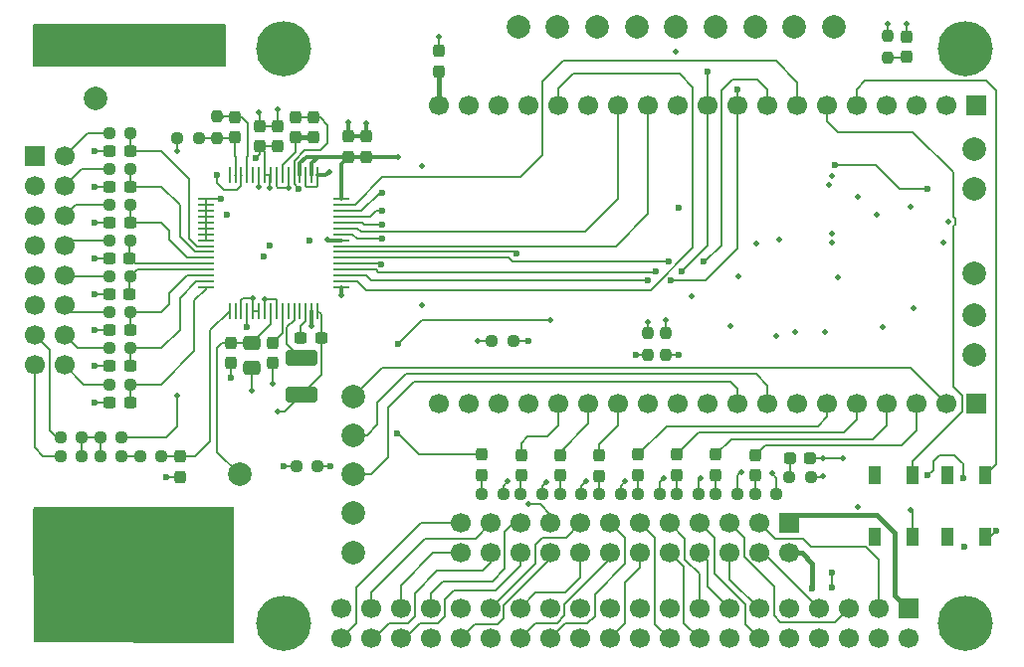
<source format=gtl>
G04 #@! TF.GenerationSoftware,KiCad,Pcbnew,9.0.1-9.0.1-0~ubuntu24.04.1*
G04 #@! TF.CreationDate,2025-04-10T02:26:26-04:00*
G04 #@! TF.ProjectId,EEG SHIELD,45454720-5348-4494-954c-442e6b696361,B*
G04 #@! TF.SameCoordinates,Original*
G04 #@! TF.FileFunction,Copper,L1,Top*
G04 #@! TF.FilePolarity,Positive*
%FSLAX46Y46*%
G04 Gerber Fmt 4.6, Leading zero omitted, Abs format (unit mm)*
G04 Created by KiCad (PCBNEW 9.0.1-9.0.1-0~ubuntu24.04.1) date 2025-04-10 02:26:26*
%MOMM*%
%LPD*%
G01*
G04 APERTURE LIST*
G04 Aperture macros list*
%AMRoundRect*
0 Rectangle with rounded corners*
0 $1 Rounding radius*
0 $2 $3 $4 $5 $6 $7 $8 $9 X,Y pos of 4 corners*
0 Add a 4 corners polygon primitive as box body*
4,1,4,$2,$3,$4,$5,$6,$7,$8,$9,$2,$3,0*
0 Add four circle primitives for the rounded corners*
1,1,$1+$1,$2,$3*
1,1,$1+$1,$4,$5*
1,1,$1+$1,$6,$7*
1,1,$1+$1,$8,$9*
0 Add four rect primitives between the rounded corners*
20,1,$1+$1,$2,$3,$4,$5,0*
20,1,$1+$1,$4,$5,$6,$7,0*
20,1,$1+$1,$6,$7,$8,$9,0*
20,1,$1+$1,$8,$9,$2,$3,0*%
G04 Aperture macros list end*
G04 #@! TA.AperFunction,SMDPad,CuDef*
%ADD10RoundRect,0.237500X-0.250000X-0.237500X0.250000X-0.237500X0.250000X0.237500X-0.250000X0.237500X0*%
G04 #@! TD*
G04 #@! TA.AperFunction,SMDPad,CuDef*
%ADD11RoundRect,0.237500X0.250000X0.237500X-0.250000X0.237500X-0.250000X-0.237500X0.250000X-0.237500X0*%
G04 #@! TD*
G04 #@! TA.AperFunction,ComponentPad*
%ADD12R,1.700000X1.700000*%
G04 #@! TD*
G04 #@! TA.AperFunction,ComponentPad*
%ADD13C,1.700000*%
G04 #@! TD*
G04 #@! TA.AperFunction,SMDPad,CuDef*
%ADD14RoundRect,0.237500X-0.237500X0.300000X-0.237500X-0.300000X0.237500X-0.300000X0.237500X0.300000X0*%
G04 #@! TD*
G04 #@! TA.AperFunction,SMDPad,CuDef*
%ADD15RoundRect,0.237500X0.237500X-0.287500X0.237500X0.287500X-0.237500X0.287500X-0.237500X-0.287500X0*%
G04 #@! TD*
G04 #@! TA.AperFunction,SMDPad,CuDef*
%ADD16RoundRect,0.237500X0.300000X0.237500X-0.300000X0.237500X-0.300000X-0.237500X0.300000X-0.237500X0*%
G04 #@! TD*
G04 #@! TA.AperFunction,ComponentPad*
%ADD17C,2.000000*%
G04 #@! TD*
G04 #@! TA.AperFunction,SMDPad,CuDef*
%ADD18RoundRect,0.237500X-0.300000X-0.237500X0.300000X-0.237500X0.300000X0.237500X-0.300000X0.237500X0*%
G04 #@! TD*
G04 #@! TA.AperFunction,SMDPad,CuDef*
%ADD19RoundRect,0.237500X0.237500X-0.300000X0.237500X0.300000X-0.237500X0.300000X-0.237500X-0.300000X0*%
G04 #@! TD*
G04 #@! TA.AperFunction,SMDPad,CuDef*
%ADD20RoundRect,0.237500X-0.237500X0.250000X-0.237500X-0.250000X0.237500X-0.250000X0.237500X0.250000X0*%
G04 #@! TD*
G04 #@! TA.AperFunction,SMDPad,CuDef*
%ADD21RoundRect,0.237500X-0.287500X-0.237500X0.287500X-0.237500X0.287500X0.237500X-0.287500X0.237500X0*%
G04 #@! TD*
G04 #@! TA.AperFunction,ComponentPad*
%ADD22C,3.100000*%
G04 #@! TD*
G04 #@! TA.AperFunction,ConnectorPad*
%ADD23C,4.700000*%
G04 #@! TD*
G04 #@! TA.AperFunction,SMDPad,CuDef*
%ADD24R,1.000000X1.550000*%
G04 #@! TD*
G04 #@! TA.AperFunction,SMDPad,CuDef*
%ADD25RoundRect,0.250000X1.100000X-0.412500X1.100000X0.412500X-1.100000X0.412500X-1.100000X-0.412500X0*%
G04 #@! TD*
G04 #@! TA.AperFunction,SMDPad,CuDef*
%ADD26RoundRect,0.237500X0.237500X-0.250000X0.237500X0.250000X-0.237500X0.250000X-0.237500X-0.250000X0*%
G04 #@! TD*
G04 #@! TA.AperFunction,SMDPad,CuDef*
%ADD27RoundRect,0.250000X-0.475000X0.337500X-0.475000X-0.337500X0.475000X-0.337500X0.475000X0.337500X0*%
G04 #@! TD*
G04 #@! TA.AperFunction,SMDPad,CuDef*
%ADD28R,1.346200X0.279400*%
G04 #@! TD*
G04 #@! TA.AperFunction,SMDPad,CuDef*
%ADD29R,0.279400X1.346200*%
G04 #@! TD*
G04 #@! TA.AperFunction,ViaPad*
%ADD30C,0.600000*%
G04 #@! TD*
G04 #@! TA.AperFunction,ViaPad*
%ADD31C,0.500000*%
G04 #@! TD*
G04 #@! TA.AperFunction,Conductor*
%ADD32C,0.200000*%
G04 #@! TD*
G04 #@! TA.AperFunction,Conductor*
%ADD33C,0.400000*%
G04 #@! TD*
G04 #@! TA.AperFunction,Conductor*
%ADD34C,0.300000*%
G04 #@! TD*
G04 APERTURE END LIST*
D10*
X137487500Y-117100000D03*
X139312500Y-117100000D03*
D11*
X155925000Y-106400000D03*
X154100000Y-106400000D03*
D12*
X195350000Y-86350000D03*
D13*
X192810000Y-86350000D03*
X190270000Y-86350000D03*
X187730000Y-86350000D03*
X185190000Y-86350000D03*
X182650000Y-86350000D03*
X180110000Y-86350000D03*
X177570000Y-86350000D03*
X175030000Y-86350000D03*
X172490000Y-86350000D03*
X169950000Y-86350000D03*
X167410000Y-86350000D03*
X164870000Y-86350000D03*
X162330000Y-86350000D03*
X159790000Y-86350000D03*
X157250000Y-86350000D03*
X154710000Y-86350000D03*
X152170000Y-86350000D03*
X149630000Y-86350000D03*
D12*
X195350000Y-111750000D03*
D13*
X192810000Y-111750000D03*
X190270000Y-111750000D03*
X187730000Y-111750000D03*
X185190000Y-111750000D03*
X182650000Y-111750000D03*
X180110000Y-111750000D03*
X177570000Y-111750000D03*
X175030000Y-111750000D03*
X172490000Y-111750000D03*
X169950000Y-111750000D03*
X167410000Y-111750000D03*
X164870000Y-111750000D03*
X162330000Y-111750000D03*
X159790000Y-111750000D03*
X157250000Y-111750000D03*
X154710000Y-111750000D03*
X152170000Y-111750000D03*
X149630000Y-111750000D03*
D14*
X132287500Y-87377500D03*
X132287500Y-89102500D03*
D15*
X153250000Y-117875000D03*
X153250000Y-116125000D03*
X176540000Y-117895000D03*
X176540000Y-116145000D03*
D16*
X123337500Y-90230000D03*
X121612500Y-90230000D03*
D15*
X189390000Y-82252500D03*
X189390000Y-80502500D03*
D10*
X159927500Y-119460000D03*
X161752500Y-119460000D03*
X121550000Y-103990000D03*
X123375000Y-103990000D03*
D17*
X159710000Y-79700000D03*
D18*
X121600000Y-111650000D03*
X123325000Y-111650000D03*
D19*
X131920000Y-108310000D03*
X131920000Y-106585000D03*
D17*
X195180000Y-107590000D03*
X195180000Y-104220000D03*
D12*
X179440000Y-121970000D03*
D13*
X179440000Y-124510000D03*
X176900000Y-121970000D03*
X176900000Y-124510000D03*
X174360000Y-121970000D03*
X174360000Y-124510000D03*
X171820000Y-121970000D03*
X171820000Y-124510000D03*
X169280000Y-121970000D03*
X169280000Y-124510000D03*
X166740000Y-121970000D03*
X166740000Y-124510000D03*
X164200000Y-121970000D03*
X164200000Y-124510000D03*
X161660000Y-121970000D03*
X161660000Y-124510000D03*
X159120000Y-121970000D03*
X159120000Y-124510000D03*
X156580000Y-121970000D03*
X156580000Y-124510000D03*
X154040000Y-121970000D03*
X154040000Y-124510000D03*
X151500000Y-121970000D03*
X151500000Y-124510000D03*
D20*
X167410000Y-105790000D03*
X167410000Y-107615000D03*
D17*
X166440000Y-79700000D03*
D10*
X121567500Y-88710000D03*
X123392500Y-88710000D03*
D21*
X179470000Y-116430000D03*
X181220000Y-116430000D03*
D17*
X142360000Y-114440000D03*
D22*
X136440000Y-130500000D03*
D23*
X136440000Y-130500000D03*
D24*
X196070000Y-117850000D03*
X196070000Y-123100000D03*
X192870000Y-117850000D03*
X192870000Y-123100000D03*
D10*
X121547500Y-100910000D03*
X123372500Y-100910000D03*
D15*
X169870000Y-117870000D03*
X169870000Y-116120000D03*
D10*
X153257500Y-119460000D03*
X155082500Y-119460000D03*
X127375000Y-89150000D03*
X129200000Y-89150000D03*
D18*
X137877500Y-106190000D03*
X139602500Y-106190000D03*
D17*
X142360000Y-117780000D03*
D10*
X121557500Y-94810000D03*
X123382500Y-94810000D03*
D25*
X137910000Y-111005000D03*
X137910000Y-107880000D03*
D17*
X195180000Y-93490000D03*
D15*
X156600000Y-117900000D03*
X156600000Y-116150000D03*
D24*
X189930000Y-117850000D03*
X189930000Y-123100000D03*
X186730000Y-117850000D03*
X186730000Y-123100000D03*
D22*
X136440000Y-81500000D03*
D23*
X136440000Y-81500000D03*
D17*
X163090000Y-79700000D03*
D26*
X187810000Y-82292500D03*
X187810000Y-80467500D03*
D27*
X133690000Y-106630000D03*
X133690000Y-108705000D03*
D16*
X123325000Y-108590000D03*
X121600000Y-108590000D03*
D14*
X135480000Y-106570000D03*
X135480000Y-108295000D03*
D10*
X124207500Y-116220000D03*
X126032500Y-116220000D03*
D20*
X168950000Y-105787500D03*
X168950000Y-107612500D03*
D19*
X149620000Y-83462500D03*
X149620000Y-81737500D03*
D10*
X121547500Y-110120000D03*
X123372500Y-110120000D03*
D28*
X129770000Y-94350000D03*
X129770000Y-94849999D03*
X129770000Y-95350000D03*
X129770000Y-95849999D03*
X129770000Y-96350001D03*
X129770000Y-96850000D03*
X129770000Y-97349999D03*
X129770000Y-97850000D03*
X129770000Y-98350000D03*
X129770000Y-98850001D03*
X129770000Y-99350000D03*
X129770000Y-99849999D03*
X129770000Y-100350001D03*
X129770000Y-100850000D03*
X129770000Y-101350001D03*
X129770000Y-101850000D03*
D29*
X131798500Y-103878500D03*
X132298499Y-103878500D03*
X132798500Y-103878500D03*
X133298499Y-103878500D03*
X133798501Y-103878500D03*
X134298500Y-103878500D03*
X134798499Y-103878500D03*
X135298500Y-103878500D03*
X135798500Y-103878500D03*
X136298501Y-103878500D03*
X136798500Y-103878500D03*
X137298499Y-103878500D03*
X137798501Y-103878500D03*
X138298500Y-103878500D03*
X138798501Y-103878500D03*
X139298500Y-103878500D03*
D28*
X141327000Y-101850000D03*
X141327000Y-101350001D03*
X141327000Y-100850000D03*
X141327000Y-100350001D03*
X141327000Y-99849999D03*
X141327000Y-99350000D03*
X141327000Y-98850001D03*
X141327000Y-98350000D03*
X141327000Y-97850000D03*
X141327000Y-97349999D03*
X141327000Y-96850000D03*
X141327000Y-96350001D03*
X141327000Y-95849999D03*
X141327000Y-95350000D03*
X141327000Y-94849999D03*
X141327000Y-94350000D03*
D29*
X139298500Y-92321500D03*
X138798501Y-92321500D03*
X138298500Y-92321500D03*
X137798501Y-92321500D03*
X137298499Y-92321500D03*
X136798500Y-92321500D03*
X136298501Y-92321500D03*
X135798500Y-92321500D03*
X135298500Y-92321500D03*
X134798499Y-92321500D03*
X134298500Y-92321500D03*
X133798501Y-92321500D03*
X133298499Y-92321500D03*
X132798500Y-92321500D03*
X132298499Y-92321500D03*
X131798500Y-92321500D03*
D10*
X121552500Y-97850000D03*
X123377500Y-97850000D03*
D19*
X138930000Y-89102500D03*
X138930000Y-87377500D03*
D17*
X195180000Y-100680000D03*
D15*
X163260000Y-117932500D03*
X163260000Y-116182500D03*
D17*
X142360000Y-124480000D03*
D15*
X159920000Y-117895000D03*
X159920000Y-116145000D03*
D17*
X173150000Y-79700000D03*
X142360000Y-111140000D03*
X179850000Y-79700000D03*
D14*
X134340000Y-88135000D03*
X134340000Y-89860000D03*
D19*
X141920000Y-90732500D03*
X141920000Y-89007500D03*
D10*
X169867500Y-119460000D03*
X171692500Y-119460000D03*
X166547500Y-119470000D03*
X168372500Y-119470000D03*
X121550000Y-107050000D03*
X123375000Y-107050000D03*
X120785000Y-114670000D03*
X122610000Y-114670000D03*
D14*
X135870000Y-88135000D03*
X135870000Y-89860000D03*
D15*
X173160000Y-117870000D03*
X173160000Y-116120000D03*
D22*
X194440000Y-130500000D03*
D23*
X194440000Y-130500000D03*
D17*
X132660000Y-117780000D03*
D10*
X173187500Y-119460000D03*
X175012500Y-119460000D03*
D20*
X130757500Y-87327500D03*
X130757500Y-89152500D03*
D10*
X117407500Y-116220000D03*
X119232500Y-116220000D03*
D17*
X169800000Y-79700000D03*
D10*
X179427500Y-118000000D03*
X181252500Y-118000000D03*
D17*
X176500000Y-79700000D03*
X195180000Y-90080000D03*
D15*
X166560000Y-117872500D03*
X166560000Y-116122500D03*
D17*
X183210000Y-79700000D03*
X120363678Y-85800000D03*
D10*
X120785000Y-116220000D03*
X122610000Y-116220000D03*
D16*
X123332500Y-96330000D03*
X121607500Y-96330000D03*
D18*
X121607500Y-93280000D03*
X123332500Y-93280000D03*
D17*
X142360000Y-121110000D03*
X156370000Y-79700000D03*
D10*
X121562500Y-91760000D03*
X123387500Y-91760000D03*
D22*
X194440000Y-81500000D03*
D23*
X194440000Y-81500000D03*
D18*
X121597500Y-99390000D03*
X123322500Y-99390000D03*
D19*
X143470000Y-90742500D03*
X143470000Y-89017500D03*
D10*
X163247500Y-119470000D03*
X165072500Y-119470000D03*
D16*
X123322500Y-102450000D03*
X121597500Y-102450000D03*
D10*
X176527500Y-119460000D03*
X178352500Y-119460000D03*
X117407500Y-114670000D03*
X119232500Y-114670000D03*
D14*
X127610000Y-116277500D03*
X127610000Y-118002500D03*
D19*
X137400000Y-89105000D03*
X137400000Y-87380000D03*
D12*
X115199000Y-90689999D03*
D13*
X117739000Y-90689999D03*
X115199000Y-93229999D03*
X117739000Y-93229999D03*
X115199000Y-95769999D03*
X117739000Y-95769999D03*
X115199000Y-98309999D03*
X117739000Y-98309999D03*
X115199000Y-100849999D03*
X117739000Y-100849999D03*
X115199000Y-103389999D03*
X117739000Y-103389999D03*
X115199000Y-105929999D03*
X117739000Y-105929999D03*
X115199000Y-108469999D03*
X117739000Y-108469999D03*
D10*
X156587500Y-119470000D03*
X158412500Y-119470000D03*
D18*
X121600000Y-105520000D03*
X123325000Y-105520000D03*
D12*
X189540000Y-129210000D03*
D13*
X189540000Y-131750000D03*
X187000000Y-129210000D03*
X187000000Y-131750000D03*
X184460000Y-129210000D03*
X184460000Y-131750000D03*
X181920000Y-129210000D03*
X181920000Y-131750000D03*
X179380000Y-129210000D03*
X179380000Y-131750000D03*
X176840000Y-129210000D03*
X176840000Y-131750000D03*
X174300000Y-129210000D03*
X174300000Y-131750000D03*
X171760000Y-129210000D03*
X171760000Y-131750000D03*
X169220000Y-129210000D03*
X169220000Y-131750000D03*
X166680000Y-129210000D03*
X166680000Y-131750000D03*
X164140000Y-129210000D03*
X164140000Y-131750000D03*
X161600000Y-129210000D03*
X161600000Y-131750000D03*
X159060000Y-129210000D03*
X159060000Y-131750000D03*
X156520000Y-129210000D03*
X156520000Y-131750000D03*
X153980000Y-129210000D03*
X153980000Y-131750000D03*
X151440000Y-129210000D03*
X151440000Y-131750000D03*
X148900000Y-129210000D03*
X148900000Y-131750000D03*
X146360000Y-129210000D03*
X146360000Y-131750000D03*
X143820000Y-129210000D03*
X143820000Y-131750000D03*
X141280000Y-129210000D03*
X141280000Y-131750000D03*
D30*
X140400000Y-117100000D03*
X136400000Y-117100000D03*
X120320000Y-102450000D03*
D31*
X135870000Y-86680000D03*
X134330000Y-86990000D03*
D30*
X120320000Y-93280000D03*
X120320000Y-108590000D03*
X120320000Y-96330000D03*
X120320000Y-111650000D03*
X120320000Y-99390000D03*
X126400000Y-118000000D03*
X120320000Y-90230000D03*
X120320000Y-105520000D03*
X138590000Y-97850000D03*
D31*
X135910000Y-112420000D03*
X135480000Y-110040000D03*
X135240000Y-93370000D03*
D30*
X137660201Y-93494602D03*
X135230000Y-98300000D03*
X133290000Y-105240000D03*
D31*
X133690000Y-110630000D03*
X134810000Y-102850000D03*
D30*
X131920000Y-109530000D03*
X134710000Y-99200000D03*
X134040000Y-90840000D03*
D31*
X171120000Y-102660000D03*
X189770000Y-94990000D03*
X186850000Y-95700000D03*
X189390000Y-79450000D03*
D30*
X183350000Y-91490000D03*
X191170000Y-93490000D03*
X131110000Y-94350000D03*
X170000000Y-95080000D03*
D31*
X136790000Y-93360000D03*
X133800000Y-102790000D03*
X134260000Y-93330000D03*
D30*
X131570000Y-95710000D03*
D31*
X162150000Y-118400000D03*
X140110000Y-97830000D03*
X182770000Y-93170000D03*
X141900000Y-87800000D03*
X148180000Y-91540000D03*
X158780000Y-118440000D03*
X183030000Y-97250000D03*
X192970000Y-96260000D03*
X182320000Y-117990000D03*
X183530000Y-100990000D03*
X185230000Y-120550000D03*
X165450000Y-118400000D03*
X187360000Y-105230000D03*
X175100000Y-100910000D03*
X148180000Y-103350000D03*
X155470000Y-118390000D03*
X176620000Y-98120000D03*
X192500000Y-98040000D03*
X174460000Y-105170000D03*
X141320000Y-102580000D03*
X149620000Y-80540000D03*
X187810000Y-79460000D03*
D30*
X194280000Y-123960000D03*
D31*
X140270000Y-92020000D03*
X171860000Y-118110000D03*
X177970000Y-117730000D03*
X178290000Y-105970000D03*
X143470000Y-87930000D03*
X190020000Y-103630000D03*
X138799000Y-105200707D03*
X175310000Y-117590000D03*
X183040000Y-92380000D03*
X179930000Y-105680000D03*
X169800000Y-81780000D03*
X178560000Y-97820000D03*
X183030000Y-98080000D03*
X182470000Y-105680000D03*
X185280000Y-94130000D03*
X168740000Y-118090000D03*
D30*
X197010000Y-122630000D03*
D31*
X189760000Y-120810000D03*
X146180000Y-90740000D03*
X152938750Y-106440000D03*
D30*
X170010000Y-107620000D03*
X166340000Y-107620000D03*
X191170000Y-117902500D03*
D31*
X183960000Y-116410000D03*
X182330000Y-116430000D03*
D30*
X194230000Y-118080000D03*
X130760000Y-92270000D03*
D31*
X159120000Y-104630000D03*
D30*
X146060000Y-114280000D03*
X146135000Y-106705000D03*
X183080000Y-127420000D03*
X183080000Y-126170000D03*
X181390000Y-127520000D03*
D31*
X157230000Y-120360000D03*
X127380000Y-111130000D03*
X127380000Y-90240000D03*
D30*
X170280735Y-100489265D03*
X168040000Y-100490000D03*
D31*
X168950000Y-104650000D03*
D30*
X172500000Y-83470000D03*
X175040000Y-84980000D03*
X169304265Y-101274265D03*
D31*
X167420000Y-104790000D03*
D30*
X167420000Y-101280000D03*
X144789999Y-93800000D03*
X144790000Y-95330000D03*
X144780000Y-96540000D03*
X144750000Y-97750000D03*
X144720000Y-99950000D03*
X156190000Y-98950000D03*
X157238750Y-106440000D03*
X172120000Y-99679265D03*
X169160000Y-99680000D03*
D32*
X137487500Y-117100000D02*
X136400000Y-117100000D01*
X139312500Y-117100000D02*
X140400000Y-117100000D01*
X121612500Y-90230000D02*
X120320000Y-90230000D01*
X134340000Y-87000000D02*
X134330000Y-86990000D01*
X135870000Y-88135000D02*
X134340000Y-88135000D01*
X134340000Y-88135000D02*
X134340000Y-87000000D01*
X121597500Y-102450000D02*
X120210000Y-102450000D01*
X127610000Y-118002500D02*
X126402500Y-118002500D01*
X121600000Y-105520000D02*
X120290000Y-105520000D01*
X121600000Y-108590000D02*
X120300000Y-108590000D01*
X121607500Y-93280000D02*
X120390000Y-93280000D01*
X126402500Y-118002500D02*
X126400000Y-118000000D01*
X121607500Y-96330000D02*
X120430000Y-96330000D01*
X121597500Y-99390000D02*
X120290000Y-99390000D01*
X121600000Y-111650000D02*
X120340000Y-111650000D01*
X135870000Y-88135000D02*
X135870000Y-86680000D01*
X123337500Y-90230000D02*
X123337500Y-88765000D01*
X125980000Y-90230000D02*
X123337500Y-90230000D01*
X123337500Y-88765000D02*
X123392500Y-88710000D01*
X129020000Y-98350000D02*
X128370000Y-97700000D01*
X128370000Y-97700000D02*
X128370000Y-92620000D01*
X128370000Y-92620000D02*
X125980000Y-90230000D01*
X129770000Y-98350000D02*
X129020000Y-98350000D01*
X127580000Y-94870000D02*
X125990000Y-93280000D01*
X127580000Y-97574800D02*
X127580000Y-94870000D01*
X123332500Y-93280000D02*
X123332500Y-91815000D01*
X123332500Y-91815000D02*
X123387500Y-91760000D01*
X125990000Y-93280000D02*
X123332500Y-93280000D01*
X128855201Y-98850001D02*
X127580000Y-97574800D01*
X129770000Y-98850001D02*
X128855201Y-98850001D01*
X126680000Y-97010000D02*
X126000000Y-96330000D01*
X123332500Y-94860000D02*
X123382500Y-94810000D01*
X126000000Y-96330000D02*
X123332500Y-96330000D01*
X126680000Y-97830000D02*
X126680000Y-97010000D01*
X129770000Y-99350000D02*
X128200000Y-99350000D01*
X128200000Y-99350000D02*
X126680000Y-97830000D01*
X123332500Y-96330000D02*
X123332500Y-94860000D01*
X123782499Y-99849999D02*
X123322500Y-99390000D01*
X129770000Y-99849999D02*
X123782499Y-99849999D01*
X123322500Y-99390000D02*
X123322500Y-97905000D01*
X123322500Y-97905000D02*
X123377500Y-97850000D01*
X123932499Y-100350001D02*
X123372500Y-100910000D01*
X129770000Y-100350001D02*
X123932499Y-100350001D01*
X123322500Y-102450000D02*
X123322500Y-100960000D01*
X123322500Y-100960000D02*
X123372500Y-100910000D01*
X128210000Y-100850000D02*
X126690000Y-102370000D01*
X126690000Y-103260000D02*
X125960000Y-103990000D01*
X123325000Y-105520000D02*
X123325000Y-104040000D01*
X123325000Y-104040000D02*
X123375000Y-103990000D01*
X126690000Y-102370000D02*
X126690000Y-103260000D01*
X129770000Y-100850000D02*
X128210000Y-100850000D01*
X125960000Y-103990000D02*
X123375000Y-103990000D01*
X127580000Y-105480000D02*
X127580000Y-102760000D01*
X123325000Y-108590000D02*
X123325000Y-107100000D01*
X126010000Y-107050000D02*
X127580000Y-105480000D01*
X123325000Y-107100000D02*
X123375000Y-107050000D01*
X127580000Y-102760000D02*
X128989999Y-101350001D01*
X123375000Y-107050000D02*
X126010000Y-107050000D01*
X128989999Y-101350001D02*
X129770000Y-101350001D01*
X128810000Y-107310000D02*
X126000000Y-110120000D01*
X123325000Y-110167500D02*
X123372500Y-110120000D01*
X128810000Y-102970000D02*
X128810000Y-107310000D01*
X129770000Y-102010000D02*
X128810000Y-102970000D01*
X129770000Y-101850000D02*
X129770000Y-102010000D01*
X126000000Y-110120000D02*
X123372500Y-110120000D01*
X123325000Y-111650000D02*
X123325000Y-110167500D01*
X131798500Y-103878500D02*
X130150000Y-105527000D01*
X130150000Y-105527000D02*
X130150000Y-114990000D01*
X127552500Y-116220000D02*
X127610000Y-116277500D01*
X126032500Y-116220000D02*
X127552500Y-116220000D01*
X130150000Y-114990000D02*
X128862500Y-116277500D01*
X128862500Y-116277500D02*
X127610000Y-116277500D01*
X133690000Y-108705000D02*
X133690000Y-110630000D01*
X140160000Y-88030000D02*
X139507500Y-87377500D01*
X134340000Y-89860000D02*
X134798499Y-90318499D01*
X137298499Y-93078499D02*
X137660201Y-93440201D01*
X139507500Y-87377500D02*
X138930000Y-87377500D01*
X137298499Y-92321500D02*
X137298499Y-91105367D01*
X134810000Y-102850000D02*
X134810000Y-103866999D01*
X134798499Y-90318499D02*
X134798499Y-92321500D01*
X134340000Y-89860000D02*
X135870000Y-89860000D01*
X139602500Y-104182500D02*
X139602500Y-106190000D01*
X137400000Y-87380000D02*
X138927500Y-87380000D01*
X135298500Y-92321500D02*
X134798499Y-92321500D01*
X135480000Y-108295000D02*
X135480000Y-110040000D01*
X131920000Y-108310000D02*
X131920000Y-109530000D01*
X137910000Y-111005000D02*
X139602500Y-109312500D01*
X137298499Y-92321500D02*
X137298499Y-93078499D01*
X135240000Y-93370000D02*
X135240000Y-92380000D01*
X139520000Y-90190000D02*
X140160000Y-89550000D01*
X135798500Y-102963700D02*
X135684800Y-102850000D01*
X138213866Y-90190000D02*
X139520000Y-90190000D01*
X137660201Y-93440201D02*
X137660201Y-93444803D01*
X134340000Y-89860000D02*
X134340000Y-90540000D01*
X135684800Y-102850000D02*
X134810000Y-102850000D01*
X138927500Y-87380000D02*
X138930000Y-87377500D01*
X135240000Y-92380000D02*
X135298500Y-92321500D01*
X137710000Y-93494602D02*
X137660201Y-93494602D01*
X135798500Y-103878500D02*
X135798500Y-102963700D01*
X134810000Y-103866999D02*
X134798499Y-103878500D01*
X134340000Y-90540000D02*
X134040000Y-90840000D01*
X137660201Y-93444803D02*
X137710000Y-93494602D01*
X137298499Y-91105367D02*
X138213866Y-90190000D01*
X139298500Y-103878500D02*
X139602500Y-104182500D01*
X136495000Y-112420000D02*
X135910000Y-112420000D01*
X133298499Y-103878500D02*
X133298499Y-105231501D01*
X140160000Y-89550000D02*
X140160000Y-88030000D01*
X133298499Y-105231501D02*
X133290000Y-105240000D01*
X137910000Y-111005000D02*
X136495000Y-112420000D01*
X139602500Y-109312500D02*
X139602500Y-106190000D01*
D33*
X138927500Y-89105000D02*
X138930000Y-89102500D01*
D32*
X137400000Y-90305200D02*
X137400000Y-89105000D01*
X136298501Y-91406699D02*
X137400000Y-90305200D01*
D33*
X137400000Y-89105000D02*
X138927500Y-89105000D01*
D32*
X136298501Y-92321500D02*
X136298501Y-91406699D01*
X136699501Y-106669501D02*
X137910000Y-107880000D01*
X136699501Y-105220499D02*
X136699501Y-106669501D01*
X137298499Y-104621501D02*
X136699501Y-105220499D01*
X137298499Y-103878500D02*
X137298499Y-104621501D01*
X138249000Y-103928000D02*
X138298500Y-103878500D01*
X137877500Y-106190000D02*
X137877500Y-105172600D01*
X137877500Y-105172600D02*
X138298500Y-104751600D01*
X138298500Y-104751600D02*
X138298500Y-103878500D01*
X130760000Y-107010000D02*
X130760000Y-114850000D01*
X133690000Y-106630000D02*
X135298500Y-105021500D01*
X131185000Y-106585000D02*
X130760000Y-107010000D01*
X130760000Y-115880000D02*
X130760000Y-114850000D01*
X135298500Y-105021500D02*
X135298500Y-103878500D01*
X132660000Y-117780000D02*
X130760000Y-115880000D01*
X131920000Y-106585000D02*
X131185000Y-106585000D01*
X133645000Y-106585000D02*
X133690000Y-106630000D01*
X131920000Y-106585000D02*
X133645000Y-106585000D01*
X136298501Y-105751499D02*
X136298501Y-103878500D01*
X135480000Y-106570000D02*
X136298501Y-105751499D01*
D33*
X149620000Y-83462500D02*
X149620000Y-86340000D01*
X149620000Y-86340000D02*
X149630000Y-86350000D01*
D32*
X189390000Y-80502500D02*
X189390000Y-79450000D01*
X183350000Y-91490000D02*
X186790000Y-91490000D01*
X187780000Y-92480000D02*
X188790000Y-93490000D01*
X186790000Y-91490000D02*
X187780000Y-92480000D01*
X188790000Y-93490000D02*
X191170000Y-93490000D01*
X132972199Y-102790000D02*
X133800000Y-102790000D01*
X133800000Y-102790000D02*
X133800000Y-103877001D01*
X135798500Y-92321500D02*
X135798500Y-93236299D01*
X136790000Y-93360000D02*
X136790000Y-92330000D01*
X132798500Y-102963699D02*
X132972199Y-102790000D01*
X129770000Y-95849999D02*
X129770000Y-95350000D01*
X136790000Y-92330000D02*
X136798500Y-92321500D01*
X129770000Y-97349999D02*
X129770000Y-96850000D01*
X129770000Y-95350000D02*
X129770000Y-94849999D01*
X129770000Y-97850000D02*
X129770000Y-97349999D01*
X134260000Y-92360000D02*
X134298500Y-92321500D01*
X129770000Y-96850000D02*
X129770000Y-96350001D01*
X133798501Y-103878500D02*
X134298500Y-103878500D01*
X129770000Y-96350001D02*
X129770000Y-95849999D01*
X132798500Y-103878500D02*
X132798500Y-102963699D01*
X135798500Y-93236299D02*
X135922201Y-93360000D01*
X133800000Y-103877001D02*
X133798501Y-103878500D01*
X129770000Y-94849999D02*
X129770000Y-94350000D01*
X129770000Y-94350000D02*
X131110000Y-94350000D01*
X135922201Y-93360000D02*
X136790000Y-93360000D01*
X134260000Y-93330000D02*
X134260000Y-92360000D01*
D34*
X139298500Y-92321500D02*
X139968500Y-92321500D01*
X141327000Y-101850000D02*
X141327000Y-102573000D01*
D32*
X149620000Y-81737500D02*
X149620000Y-80540000D01*
X168372500Y-119470000D02*
X168372500Y-118457500D01*
X139239201Y-93295600D02*
X139298500Y-93236301D01*
X155082500Y-119460000D02*
X155082500Y-118777500D01*
X171692500Y-119460000D02*
X171692500Y-118277500D01*
D34*
X138799000Y-105050000D02*
X138798501Y-105049501D01*
D32*
X171692500Y-118277500D02*
X171860000Y-118110000D01*
D34*
X143470000Y-89017500D02*
X143470000Y-87930000D01*
D32*
X178352500Y-119460000D02*
X178352500Y-118112500D01*
D34*
X141920000Y-89007500D02*
X141920000Y-87820000D01*
X138798501Y-105049501D02*
X138798501Y-103878500D01*
X141327000Y-102573000D02*
X141320000Y-102580000D01*
D32*
X165072500Y-119470000D02*
X165072500Y-118777500D01*
D34*
X143460000Y-89007500D02*
X143470000Y-89017500D01*
D32*
X161752500Y-118797500D02*
X162150000Y-118400000D01*
X175012500Y-117887500D02*
X175310000Y-117590000D01*
D34*
X141920000Y-87820000D02*
X141900000Y-87800000D01*
D32*
X155082500Y-118777500D02*
X155470000Y-118390000D01*
X158412500Y-118807500D02*
X158780000Y-118440000D01*
X139298500Y-93236301D02*
X139298500Y-92321500D01*
X182310000Y-118000000D02*
X182320000Y-117990000D01*
X138298500Y-92321500D02*
X138298500Y-93236299D01*
X168372500Y-118457500D02*
X168740000Y-118090000D01*
X181252500Y-118000000D02*
X182310000Y-118000000D01*
X161752500Y-119460000D02*
X161752500Y-118797500D01*
X158412500Y-119470000D02*
X158412500Y-118807500D01*
D34*
X140130000Y-97850000D02*
X140110000Y-97830000D01*
D32*
X138357801Y-93295600D02*
X139239201Y-93295600D01*
D34*
X139968500Y-92321500D02*
X140270000Y-92020000D01*
D32*
X187810000Y-80467500D02*
X187810000Y-79460000D01*
D34*
X141327000Y-97850000D02*
X140130000Y-97850000D01*
D32*
X138298500Y-93236299D02*
X138357801Y-93295600D01*
D34*
X141920000Y-89007500D02*
X143460000Y-89007500D01*
D32*
X175012500Y-119460000D02*
X175012500Y-117887500D01*
D34*
X138799000Y-105200707D02*
X138799000Y-105050000D01*
D32*
X165072500Y-118777500D02*
X165450000Y-118400000D01*
X178352500Y-118112500D02*
X177970000Y-117730000D01*
X196070000Y-123100000D02*
X196540000Y-123100000D01*
X196540000Y-123100000D02*
X197010000Y-122630000D01*
X189930000Y-123100000D02*
X189930000Y-120980000D01*
X189930000Y-120980000D02*
X189760000Y-120810000D01*
X183960000Y-116410000D02*
X182350000Y-116410000D01*
D34*
X137798501Y-91306699D02*
X138362700Y-90742500D01*
D32*
X191670000Y-116740000D02*
X191670000Y-116670000D01*
X181220000Y-116430000D02*
X182330000Y-116430000D01*
D34*
X141327000Y-94350000D02*
X141327000Y-91325500D01*
D32*
X191670000Y-117402500D02*
X191670000Y-116740000D01*
X170002500Y-107612500D02*
X170010000Y-107620000D01*
X166345000Y-107615000D02*
X166340000Y-107620000D01*
D34*
X143470000Y-90742500D02*
X146177500Y-90742500D01*
D32*
X194090000Y-116730000D02*
X194230000Y-116870000D01*
D34*
X139362700Y-90742500D02*
X138798501Y-91306699D01*
X143470000Y-90742500D02*
X141930000Y-90742500D01*
D32*
X193510000Y-116150000D02*
X194090000Y-116730000D01*
X167410000Y-107615000D02*
X166345000Y-107615000D01*
D34*
X146177500Y-90742500D02*
X146180000Y-90740000D01*
D32*
X191170000Y-117902500D02*
X191670000Y-117402500D01*
D34*
X138798501Y-91306699D02*
X138798501Y-92321500D01*
D32*
X191670000Y-116670000D02*
X192190000Y-116150000D01*
D34*
X143470000Y-90742500D02*
X139362700Y-90742500D01*
X141930000Y-90742500D02*
X141920000Y-90732500D01*
X137798501Y-92321500D02*
X137798501Y-91306699D01*
D32*
X182350000Y-116410000D02*
X182330000Y-116430000D01*
X154076250Y-106440000D02*
X152938750Y-106440000D01*
D34*
X141327000Y-91325500D02*
X141920000Y-90732500D01*
D32*
X192190000Y-116150000D02*
X193510000Y-116150000D01*
X194230000Y-116870000D02*
X194230000Y-118080000D01*
X168950000Y-107612500D02*
X170002500Y-107612500D01*
D34*
X138362700Y-90742500D02*
X139362700Y-90742500D01*
D32*
X132817500Y-87377500D02*
X132287500Y-87377500D01*
X133361000Y-87921000D02*
X132817500Y-87377500D01*
X133361000Y-90698232D02*
X133298499Y-90760733D01*
X133361000Y-90698232D02*
X133361000Y-87921000D01*
X133298499Y-90760733D02*
X133298499Y-92321500D01*
X130757500Y-87327500D02*
X132237500Y-87327500D01*
X131220000Y-87325000D02*
X131270000Y-87375000D01*
X132798500Y-93236299D02*
X132798500Y-92321500D01*
X132810000Y-92310000D02*
X132798500Y-92321500D01*
X130760000Y-93010000D02*
X131350000Y-93600000D01*
X131350000Y-93600000D02*
X132434799Y-93600000D01*
X130760000Y-92270000D02*
X130760000Y-93010000D01*
X132434799Y-93600000D02*
X132798500Y-93236299D01*
X176527500Y-119460000D02*
X176527500Y-117907500D01*
X176527500Y-117907500D02*
X176540000Y-117895000D01*
X190270000Y-114040000D02*
X190270000Y-111750000D01*
X188970000Y-115340000D02*
X190270000Y-114040000D01*
X176540000Y-116145000D02*
X177345000Y-115340000D01*
X177345000Y-115340000D02*
X188970000Y-115340000D01*
X173187500Y-117897500D02*
X173160000Y-117870000D01*
X173187500Y-119460000D02*
X173187500Y-117897500D01*
X186530000Y-114790000D02*
X187730000Y-113590000D01*
X173160000Y-116120000D02*
X174490000Y-114790000D01*
X174490000Y-114790000D02*
X186530000Y-114790000D01*
X187730000Y-113590000D02*
X187730000Y-111750000D01*
X185190000Y-113150000D02*
X185190000Y-111750000D01*
X171740000Y-114250000D02*
X184090000Y-114250000D01*
X184090000Y-114250000D02*
X185190000Y-113150000D01*
X169870000Y-116120000D02*
X171740000Y-114250000D01*
X169867500Y-119460000D02*
X169867500Y-117872500D01*
X169867500Y-117872500D02*
X169870000Y-117870000D01*
X182650000Y-112910000D02*
X182650000Y-111750000D01*
X168973500Y-113709000D02*
X181851000Y-113709000D01*
X166560000Y-116122500D02*
X168973500Y-113709000D01*
X181851000Y-113709000D02*
X182650000Y-112910000D01*
X166547500Y-119470000D02*
X166547500Y-117885000D01*
X166547500Y-117885000D02*
X166560000Y-117872500D01*
X163260000Y-117932500D02*
X163260000Y-119457500D01*
X163260000Y-119457500D02*
X163247500Y-119470000D01*
X159927500Y-117902500D02*
X159920000Y-117895000D01*
X159927500Y-119460000D02*
X159927500Y-117902500D01*
X159920000Y-116145000D02*
X159920000Y-115900000D01*
X159920000Y-115900000D02*
X162330000Y-113490000D01*
X162330000Y-113490000D02*
X162330000Y-111750000D01*
X158880000Y-114580000D02*
X159790000Y-113670000D01*
X157190000Y-114580000D02*
X158880000Y-114580000D01*
X156600000Y-115170000D02*
X157190000Y-114580000D01*
X156600000Y-116150000D02*
X156600000Y-115170000D01*
X159790000Y-113670000D02*
X159790000Y-111750000D01*
X156587500Y-119470000D02*
X156587500Y-117912500D01*
X156587500Y-117912500D02*
X156600000Y-117900000D01*
X153257500Y-119460000D02*
X153257500Y-117882500D01*
X153257500Y-117882500D02*
X153250000Y-117875000D01*
X146030000Y-114240000D02*
X146030000Y-114250000D01*
X146030000Y-114240000D02*
X147915000Y-116125000D01*
X146135000Y-106705000D02*
X146030000Y-106810000D01*
X146030000Y-114250000D02*
X146060000Y-114280000D01*
X148210000Y-104630000D02*
X159120000Y-104630000D01*
X147915000Y-116125000D02*
X153250000Y-116125000D01*
X146135000Y-106705000D02*
X148210000Y-104630000D01*
X179470000Y-117957500D02*
X179427500Y-118000000D01*
X179470000Y-116430000D02*
X179470000Y-117957500D01*
X187810000Y-82292500D02*
X189350000Y-82292500D01*
X189350000Y-82292500D02*
X189390000Y-82252500D01*
X117060000Y-114670000D02*
X117407500Y-114670000D01*
X116470000Y-114080000D02*
X117060000Y-114670000D01*
X115199000Y-105929999D02*
X116470000Y-107200999D01*
X116470000Y-107200999D02*
X116470000Y-114080000D01*
X154620000Y-130530000D02*
X155131000Y-130019000D01*
X155131000Y-130019000D02*
X155131000Y-128969000D01*
X159120000Y-124980000D02*
X159120000Y-124510000D01*
X151440000Y-131750000D02*
X152660000Y-130530000D01*
X155131000Y-128969000D02*
X159120000Y-124980000D01*
X152660000Y-130530000D02*
X154620000Y-130530000D01*
X157820000Y-130450000D02*
X159710000Y-130450000D01*
X159710000Y-130450000D02*
X160320000Y-129840000D01*
X164200000Y-124960000D02*
X164200000Y-124510000D01*
X160320000Y-128840000D02*
X164200000Y-124960000D01*
X160320000Y-129840000D02*
X160320000Y-128840000D01*
X156520000Y-131750000D02*
X157820000Y-130450000D01*
X183080000Y-127420000D02*
X183080000Y-126170000D01*
X174300000Y-129210000D02*
X172460000Y-127370000D01*
X172460000Y-125150000D02*
X171820000Y-124510000D01*
X172460000Y-127370000D02*
X172460000Y-125150000D01*
X151500000Y-121970000D02*
X148050000Y-121970000D01*
X148050000Y-121970000D02*
X142590000Y-127430000D01*
X142590000Y-130440000D02*
X141280000Y-131750000D01*
X142590000Y-127430000D02*
X142590000Y-130440000D01*
X174360000Y-126730000D02*
X174360000Y-124510000D01*
X176840000Y-129210000D02*
X174360000Y-126730000D01*
X151500000Y-124510000D02*
X149070000Y-124510000D01*
X146360000Y-127220000D02*
X146360000Y-129210000D01*
X149070000Y-124510000D02*
X146360000Y-127220000D01*
X156580000Y-125560000D02*
X156580000Y-124510000D01*
X146360000Y-131750000D02*
X146750000Y-131750000D01*
X150910000Y-127700000D02*
X154440000Y-127700000D01*
X154440000Y-127700000D02*
X156580000Y-125560000D01*
X149520000Y-130500000D02*
X150160000Y-129860000D01*
X150150000Y-128460000D02*
X150910000Y-127700000D01*
X148000000Y-130500000D02*
X149520000Y-130500000D01*
X146750000Y-131750000D02*
X148000000Y-130500000D01*
X150150000Y-129850000D02*
X150150000Y-128460000D01*
X150160000Y-129860000D02*
X150150000Y-129850000D01*
D33*
X181390000Y-127520000D02*
X181390000Y-125370000D01*
X180530000Y-124510000D02*
X179440000Y-124510000D01*
X181390000Y-125370000D02*
X180530000Y-124510000D01*
D32*
X187000000Y-125100000D02*
X185900000Y-124000000D01*
X181280000Y-124000000D02*
X180590000Y-123310000D01*
X178240000Y-123310000D02*
X176900000Y-121970000D01*
X180590000Y-123310000D02*
X178240000Y-123310000D01*
X185900000Y-124000000D02*
X181280000Y-124000000D01*
X187000000Y-129210000D02*
X187000000Y-125100000D01*
X192810000Y-111750000D02*
X189780000Y-108720000D01*
X189780000Y-108720000D02*
X144780000Y-108720000D01*
X144780000Y-108720000D02*
X142360000Y-111140000D01*
X165430000Y-130460000D02*
X165430000Y-127022081D01*
X165430000Y-127022081D02*
X166740000Y-125712081D01*
X164140000Y-131750000D02*
X165430000Y-130460000D01*
X166740000Y-125712081D02*
X166740000Y-124510000D01*
X168000000Y-130530000D02*
X168000000Y-123230000D01*
X169220000Y-131750000D02*
X168000000Y-130530000D01*
X168000000Y-123230000D02*
X166740000Y-121970000D01*
X155210000Y-125840000D02*
X154150000Y-126900000D01*
X154150000Y-126900000D02*
X149920000Y-126900000D01*
X155210000Y-122700000D02*
X155210000Y-125840000D01*
X148900000Y-127920000D02*
X148900000Y-129210000D01*
X155940000Y-121970000D02*
X155210000Y-122700000D01*
X156580000Y-121970000D02*
X155940000Y-121970000D01*
X149920000Y-126900000D02*
X148900000Y-127920000D01*
X143820000Y-127890000D02*
X148460000Y-123250000D01*
X152760000Y-123250000D02*
X154040000Y-121970000D01*
X143820000Y-129210000D02*
X143820000Y-127890000D01*
X148460000Y-123250000D02*
X152760000Y-123250000D01*
X175689000Y-130599000D02*
X175689000Y-128839000D01*
X176840000Y-131750000D02*
X175689000Y-130599000D01*
X173070000Y-123220000D02*
X171820000Y-121970000D01*
X173070000Y-126220000D02*
X173070000Y-123220000D01*
X175689000Y-128839000D02*
X173070000Y-126220000D01*
X165470000Y-123240000D02*
X164200000Y-121970000D01*
X162880000Y-128020000D02*
X165470000Y-125430000D01*
X165470000Y-125430000D02*
X165470000Y-123240000D01*
X162270000Y-130470000D02*
X162880000Y-129860000D01*
X159060000Y-131750000D02*
X160340000Y-130470000D01*
X160340000Y-130470000D02*
X162270000Y-130470000D01*
X162880000Y-129860000D02*
X162880000Y-128020000D01*
X170460000Y-130450000D02*
X170460000Y-125690000D01*
X171760000Y-131750000D02*
X170460000Y-130450000D01*
X170460000Y-125690000D02*
X169280000Y-124510000D01*
X156520000Y-129210000D02*
X157840000Y-127890000D01*
X161660000Y-126570000D02*
X161660000Y-124510000D01*
X157840000Y-127890000D02*
X160340000Y-127890000D01*
X160340000Y-127890000D02*
X161660000Y-126570000D01*
X147510000Y-109880000D02*
X145310000Y-112080000D01*
X145330000Y-116330000D02*
X143880000Y-117780000D01*
X175030000Y-111750000D02*
X175030000Y-110470000D01*
X145310000Y-116310000D02*
X145330000Y-116330000D01*
X145310000Y-112080000D02*
X145310000Y-116310000D01*
X175030000Y-110470000D02*
X174440000Y-109880000D01*
X174440000Y-109880000D02*
X147510000Y-109880000D01*
X143880000Y-117780000D02*
X142360000Y-117780000D01*
X171760000Y-129210000D02*
X171760000Y-126240000D01*
X170560000Y-123250000D02*
X169280000Y-121970000D01*
X171760000Y-126240000D02*
X170560000Y-125040000D01*
X170560000Y-125040000D02*
X170560000Y-123250000D01*
X178130000Y-127380000D02*
X175570000Y-124820000D01*
X183309000Y-130361000D02*
X178665240Y-130361000D01*
X178665240Y-130361000D02*
X178130000Y-129825760D01*
X178130000Y-129825760D02*
X178130000Y-127380000D01*
X175570000Y-124820000D02*
X175570000Y-123180000D01*
X184460000Y-129210000D02*
X183309000Y-130361000D01*
X175570000Y-123180000D02*
X174360000Y-121970000D01*
X147570000Y-129880000D02*
X147570000Y-127900000D01*
X144070000Y-131750000D02*
X145370000Y-130450000D01*
X147000000Y-130450000D02*
X147570000Y-129880000D01*
X154040000Y-125330000D02*
X154040000Y-124510000D01*
X147570000Y-127900000D02*
X149480000Y-125990000D01*
X143820000Y-131750000D02*
X144070000Y-131750000D01*
X153380000Y-125990000D02*
X154040000Y-125330000D01*
X149480000Y-125990000D02*
X153380000Y-125990000D01*
X145370000Y-130450000D02*
X147000000Y-130450000D01*
X157230000Y-120360000D02*
X158260000Y-120360000D01*
X159120000Y-121220000D02*
X159120000Y-121970000D01*
X158260000Y-120360000D02*
X159120000Y-121220000D01*
X177220000Y-124510000D02*
X176900000Y-124510000D01*
X181920000Y-129210000D02*
X177220000Y-124510000D01*
X146800000Y-109270000D02*
X144370000Y-111700000D01*
X176590000Y-109270000D02*
X146800000Y-109270000D01*
X143510000Y-114440000D02*
X142360000Y-114440000D01*
X177590000Y-110270000D02*
X176590000Y-109270000D01*
X177570000Y-111750000D02*
X177570000Y-110290000D01*
X177570000Y-110290000D02*
X177590000Y-110270000D01*
X144370000Y-111700000D02*
X144370000Y-113580000D01*
X144370000Y-113580000D02*
X143510000Y-114440000D01*
X158420000Y-123170000D02*
X160460000Y-123170000D01*
X153980000Y-129210000D02*
X157830000Y-125360000D01*
X157830000Y-123760000D02*
X158420000Y-123170000D01*
X160460000Y-123170000D02*
X161660000Y-121970000D01*
X157830000Y-125360000D02*
X157830000Y-123760000D01*
D33*
X189540000Y-129210000D02*
X188400000Y-128070000D01*
X188400000Y-128070000D02*
X188400000Y-122810000D01*
X180150000Y-121260000D02*
X179440000Y-121970000D01*
X186850000Y-121260000D02*
X180150000Y-121260000D01*
X188400000Y-122810000D02*
X186850000Y-121260000D01*
D32*
X121567500Y-88710000D02*
X119718999Y-88710000D01*
X119718999Y-88710000D02*
X117739000Y-90689999D01*
X119208999Y-91760000D02*
X117739000Y-93229999D01*
X121562500Y-91760000D02*
X119208999Y-91760000D01*
X118698999Y-94810000D02*
X117739000Y-95769999D01*
X121557500Y-94810000D02*
X118698999Y-94810000D01*
X121552500Y-97850000D02*
X118198999Y-97850000D01*
X118198999Y-97850000D02*
X117739000Y-98309999D01*
X117799001Y-100910000D02*
X117739000Y-100849999D01*
X121547500Y-100910000D02*
X117799001Y-100910000D01*
X118339001Y-103990000D02*
X117739000Y-103389999D01*
X121550000Y-103990000D02*
X118339001Y-103990000D01*
X121550000Y-107050000D02*
X118859001Y-107050000D01*
X118859001Y-107050000D02*
X117739000Y-105929999D01*
X117739000Y-108469999D02*
X119389001Y-110120000D01*
X119389001Y-110120000D02*
X121547500Y-110120000D01*
X119232500Y-114670000D02*
X120785000Y-114670000D01*
X119232500Y-114670000D02*
X119232500Y-116220000D01*
X120785000Y-114670000D02*
X120785000Y-116220000D01*
X127375000Y-90235000D02*
X127380000Y-90240000D01*
X127380000Y-111130000D02*
X127380000Y-113740000D01*
X127380000Y-113740000D02*
X126450000Y-114670000D01*
X127375000Y-89150000D02*
X127375000Y-90235000D01*
X126450000Y-114670000D02*
X122610000Y-114670000D01*
X122610000Y-116220000D02*
X124207500Y-116220000D01*
X115890000Y-116220000D02*
X117407500Y-116220000D01*
X115199000Y-115529000D02*
X115890000Y-116220000D01*
X115199000Y-108469999D02*
X115199000Y-115529000D01*
X172490000Y-83480000D02*
X172500000Y-83470000D01*
X144270058Y-100350001D02*
X144471057Y-100551000D01*
X144471057Y-100551000D02*
X167979000Y-100551000D01*
X141327000Y-100350001D02*
X144270058Y-100350001D01*
X172490000Y-86350000D02*
X172490000Y-83480000D01*
X170280735Y-100489265D02*
X172490000Y-98280000D01*
X167979000Y-100551000D02*
X168040000Y-100490000D01*
X172490000Y-98280000D02*
X172490000Y-86350000D01*
X168950000Y-104650000D02*
X168950000Y-105787500D01*
X169304265Y-101274265D02*
X169310000Y-101280000D01*
X175030000Y-84990000D02*
X175040000Y-84980000D01*
X146780000Y-101280000D02*
X167420000Y-101280000D01*
X143850000Y-101280000D02*
X146780000Y-101280000D01*
X141327000Y-100850000D02*
X143420000Y-100850000D01*
X169310000Y-101280000D02*
X172300000Y-101280000D01*
X175030000Y-98550000D02*
X175030000Y-86350000D01*
X167420000Y-104790000D02*
X167420000Y-105780000D01*
X175030000Y-86350000D02*
X175030000Y-84990000D01*
X143420000Y-100850000D02*
X143850000Y-101280000D01*
X172300000Y-101280000D02*
X175030000Y-98550000D01*
X144590001Y-93800000D02*
X143040001Y-95350000D01*
X143040001Y-95350000D02*
X141327000Y-95350000D01*
X144789999Y-93800000D02*
X144590001Y-93800000D01*
X143730000Y-95849999D02*
X141327000Y-95849999D01*
X144790000Y-95330000D02*
X144249999Y-95330000D01*
X144249999Y-95330000D02*
X143730000Y-95849999D01*
X143300000Y-96540000D02*
X144780000Y-96540000D01*
X141327001Y-96350000D02*
X141327000Y-96350001D01*
X141327000Y-96350001D02*
X143110001Y-96350001D01*
X143110001Y-96350001D02*
X143300000Y-96540000D01*
X142650000Y-97750000D02*
X144750000Y-97750000D01*
X141327000Y-97349999D02*
X142249999Y-97349999D01*
X142249999Y-97349999D02*
X142650000Y-97750000D01*
X141327000Y-99849999D02*
X144619999Y-99849999D01*
X144619999Y-99849999D02*
X144720000Y-99950000D01*
X156190000Y-98930000D02*
X156110001Y-98850001D01*
X156110001Y-98850001D02*
X141327000Y-98850001D01*
X157238750Y-106440000D02*
X155901250Y-106440000D01*
X156190000Y-98950000D02*
X156190000Y-98930000D01*
X196070000Y-117850000D02*
X196990000Y-116930000D01*
X196990000Y-116930000D02*
X196990000Y-85110000D01*
X196990000Y-85110000D02*
X196160000Y-84280000D01*
X196160000Y-84280000D02*
X185890000Y-84280000D01*
X185190000Y-84980000D02*
X185190000Y-86350000D01*
X185890000Y-84280000D02*
X185190000Y-84980000D01*
X193360000Y-95870768D02*
X193360000Y-92080000D01*
X189930000Y-117850000D02*
X189930000Y-116680000D01*
X183560000Y-88650000D02*
X182650000Y-87740000D01*
X193360000Y-96649232D02*
X193521000Y-96488232D01*
X194130000Y-111090000D02*
X193360000Y-110320000D01*
X189930000Y-116680000D02*
X194130000Y-112480000D01*
X194130000Y-112480000D02*
X194130000Y-111090000D01*
X189910000Y-118080000D02*
X190170000Y-117820000D01*
X193521000Y-96488232D02*
X193521000Y-96031768D01*
X193360000Y-110320000D02*
X193360000Y-96649232D01*
X193360000Y-92080000D02*
X189930000Y-88650000D01*
X189930000Y-88650000D02*
X183560000Y-88650000D01*
X193521000Y-96031768D02*
X193360000Y-95870768D01*
X182650000Y-87740000D02*
X182650000Y-86350000D01*
X173641000Y-98279000D02*
X173641000Y-85089000D01*
X155520000Y-99350000D02*
X155850000Y-99680000D01*
X155850000Y-99680000D02*
X169160000Y-99680000D01*
X176680000Y-84160000D02*
X177570000Y-85050000D01*
X174570000Y-84160000D02*
X176680000Y-84160000D01*
X141327000Y-99350000D02*
X155520000Y-99350000D01*
X172240735Y-99679265D02*
X173641000Y-98279000D01*
X173641000Y-85089000D02*
X174570000Y-84160000D01*
X177570000Y-85050000D02*
X177570000Y-86350000D01*
X172120000Y-99679265D02*
X172240735Y-99679265D01*
X160160000Y-82600000D02*
X178280000Y-82600000D01*
X142460001Y-94849999D02*
X144820000Y-92490000D01*
X180110000Y-84430000D02*
X180110000Y-86350000D01*
X158401000Y-84359000D02*
X160160000Y-82600000D01*
X156530000Y-92490000D02*
X158401000Y-90619000D01*
X144820000Y-92490000D02*
X156530000Y-92490000D01*
X158401000Y-90619000D02*
X158401000Y-84359000D01*
X141327000Y-94849999D02*
X142460001Y-94849999D01*
X178280000Y-82600000D02*
X180110000Y-84430000D01*
X143538000Y-97150000D02*
X143539000Y-97149000D01*
X141327000Y-96850000D02*
X142670000Y-96850000D01*
X162021000Y-97149000D02*
X164870000Y-94300000D01*
X143539000Y-97149000D02*
X162021000Y-97149000D01*
X142970000Y-97150000D02*
X143538000Y-97150000D01*
X164870000Y-94300000D02*
X164870000Y-86350000D01*
X142670000Y-96850000D02*
X142970000Y-97150000D01*
X164670000Y-98350000D02*
X167410000Y-95610000D01*
X167410000Y-95610000D02*
X167410000Y-86350000D01*
X141327000Y-98350000D02*
X164670000Y-98350000D01*
X167620000Y-102110000D02*
X171230000Y-98500000D01*
X170060000Y-83680000D02*
X161030000Y-83680000D01*
X161030000Y-83680000D02*
X159790000Y-84920000D01*
X142660001Y-101350001D02*
X143420000Y-102110000D01*
X171230000Y-98500000D02*
X171230000Y-84850000D01*
X143420000Y-102110000D02*
X167620000Y-102110000D01*
X159790000Y-84920000D02*
X159790000Y-86350000D01*
X141327000Y-101350001D02*
X142660001Y-101350001D01*
X171230000Y-84850000D02*
X170060000Y-83680000D01*
X163260000Y-116182500D02*
X163260000Y-115280000D01*
X164870000Y-113670000D02*
X164870000Y-111750000D01*
X163260000Y-115280000D02*
X164870000Y-113670000D01*
X132259000Y-90698232D02*
X132298499Y-90737731D01*
X129202500Y-89152500D02*
X129200000Y-89150000D01*
X132287500Y-92310501D02*
X132298499Y-92321500D01*
X132259000Y-90241768D02*
X132259000Y-90698232D01*
X132287500Y-90213268D02*
X132287500Y-89102500D01*
X132259000Y-90241768D02*
X132287500Y-90213268D01*
X132298499Y-90737731D02*
X132298499Y-92321500D01*
X130757500Y-89152500D02*
X129202500Y-89152500D01*
X130757500Y-89152500D02*
X132237500Y-89152500D01*
G04 #@! TA.AperFunction,NonConductor*
G36*
X132138039Y-120599685D02*
G01*
X132183794Y-120652489D01*
X132195000Y-120704000D01*
X132195000Y-132041918D01*
X132175315Y-132108957D01*
X132122511Y-132154712D01*
X132070230Y-132165916D01*
X115238363Y-132061442D01*
X115171447Y-132041341D01*
X115126021Y-131988254D01*
X115115133Y-131937594D01*
X115101550Y-120704150D01*
X115121154Y-120637087D01*
X115173902Y-120591268D01*
X115225550Y-120580000D01*
X132071000Y-120580000D01*
X132138039Y-120599685D01*
G37*
G04 #@! TD.AperFunction*
G04 #@! TA.AperFunction,NonConductor*
G36*
X131443039Y-79419685D02*
G01*
X131488794Y-79472489D01*
X131500000Y-79524000D01*
X131500000Y-82976000D01*
X131480315Y-83043039D01*
X131427511Y-83088794D01*
X131376000Y-83100000D01*
X115224000Y-83100000D01*
X115156961Y-83080315D01*
X115111206Y-83027511D01*
X115100000Y-82976000D01*
X115100000Y-79524000D01*
X115119685Y-79456961D01*
X115172489Y-79411206D01*
X115224000Y-79400000D01*
X131376000Y-79400000D01*
X131443039Y-79419685D01*
G37*
G04 #@! TD.AperFunction*
M02*

</source>
